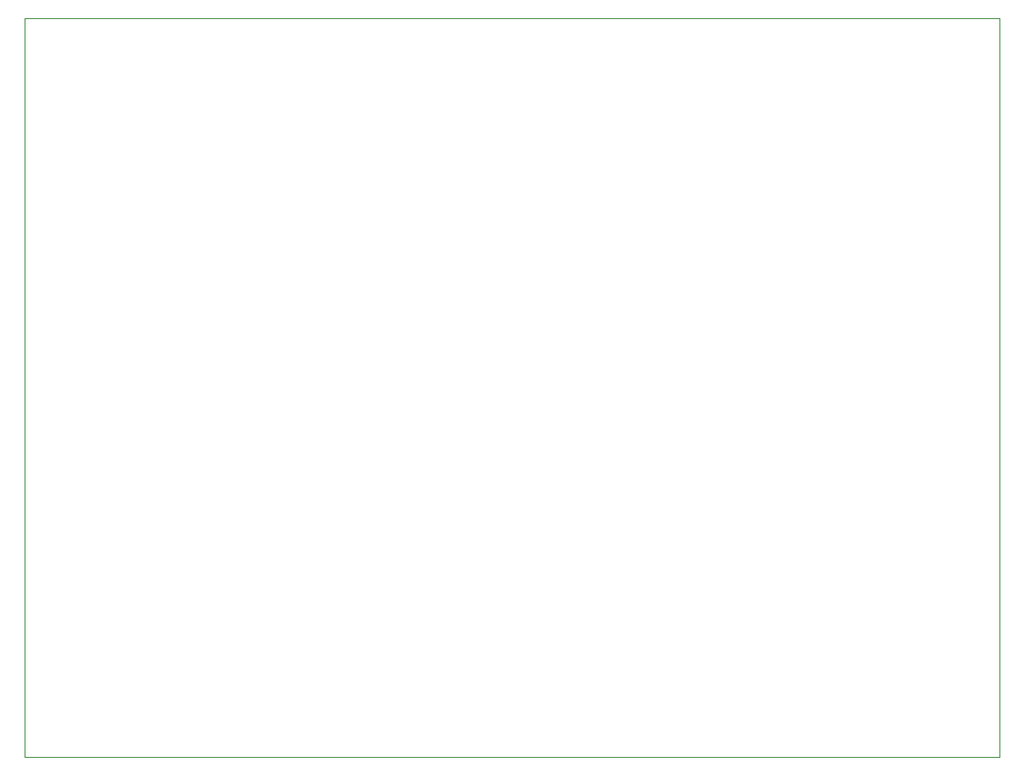
<source format=gbr>
%TF.GenerationSoftware,KiCad,Pcbnew,(6.0.1)*%
%TF.CreationDate,2022-02-22T23:19:08-05:00*%
%TF.ProjectId,sipm-linear-s14160,7369706d-2d6c-4696-9e65-61722d733134,rev?*%
%TF.SameCoordinates,Original*%
%TF.FileFunction,Profile,NP*%
%FSLAX46Y46*%
G04 Gerber Fmt 4.6, Leading zero omitted, Abs format (unit mm)*
G04 Created by KiCad (PCBNEW (6.0.1)) date 2022-02-22 23:19:08*
%MOMM*%
%LPD*%
G01*
G04 APERTURE LIST*
%TA.AperFunction,Profile*%
%ADD10C,0.050000*%
%TD*%
G04 APERTURE END LIST*
D10*
X138875000Y-68700000D02*
X229650000Y-68700000D01*
X229650000Y-68700000D02*
X229650000Y-137550000D01*
X229650000Y-137550000D02*
X138875000Y-137550000D01*
X138875000Y-137550000D02*
X138875000Y-68700000D01*
M02*

</source>
